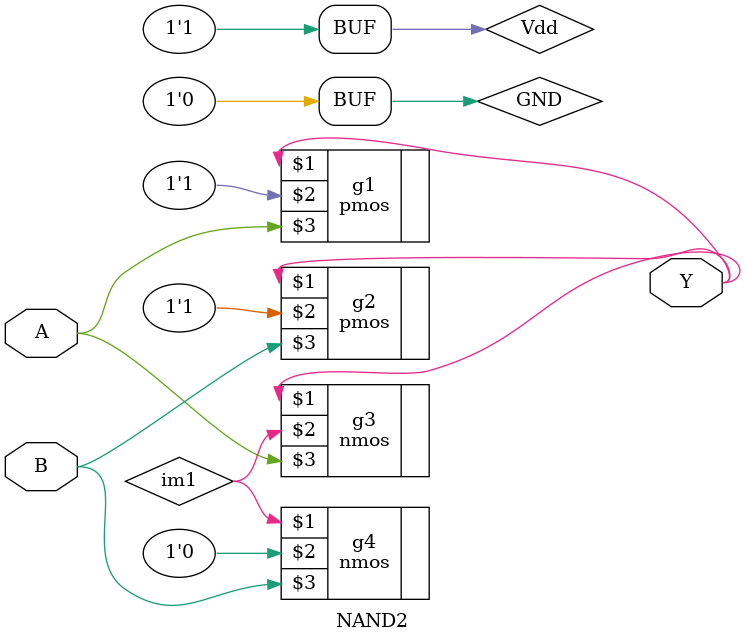
<source format=v>
`timescale 1ns / 1ps


module NAND2(
    input A, B,
    output Y
    );
    
    supply0 GND;
    supply1 Vdd;
    
    wire im1;
    
    pmos #(4) g1 ( Y, Vdd, A );
    pmos #(4) g2 ( Y, Vdd, B );
    
    nmos #(3) g3 ( Y, im1, A );
    nmos #(3) g4 ( im1, GND, B );
endmodule

</source>
